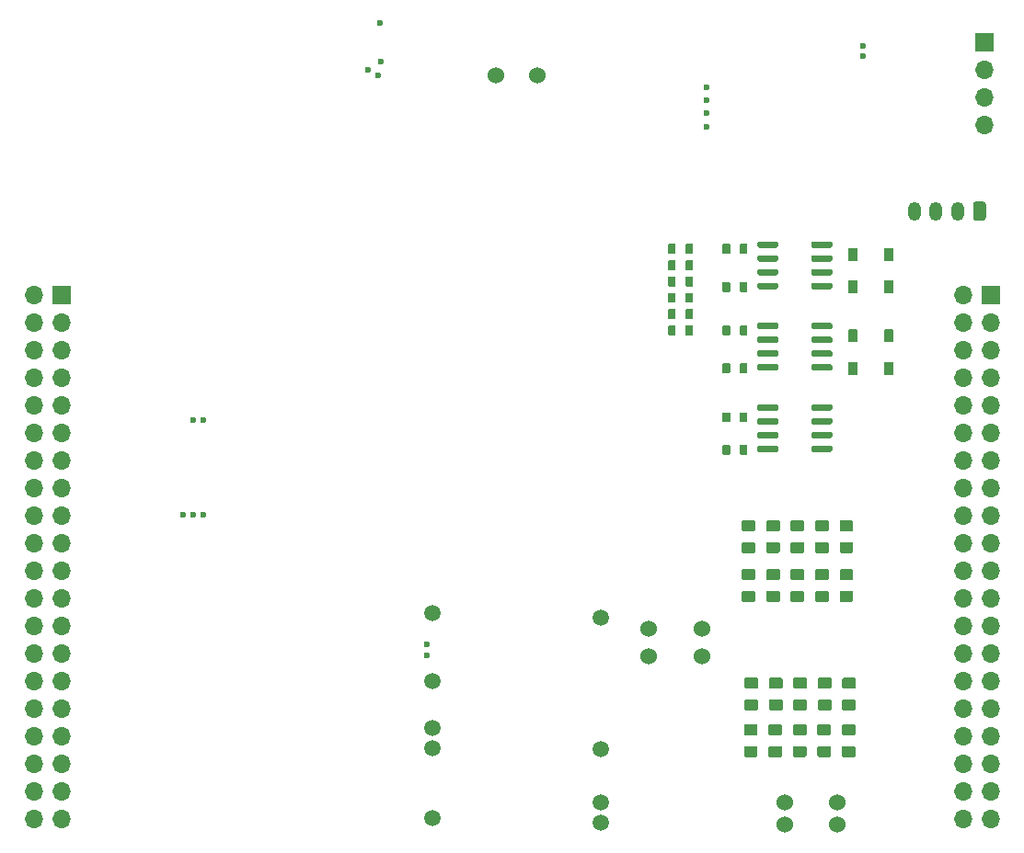
<source format=gbs>
G04 #@! TF.GenerationSoftware,KiCad,Pcbnew,8.0.7-8.0.7-0~ubuntu24.04.1*
G04 #@! TF.CreationDate,2025-01-02T17:27:40+00:00*
G04 #@! TF.ProjectId,stabildaytona,73746162-696c-4646-9179-746f6e612e6b,D*
G04 #@! TF.SameCoordinates,PX2faf080PY9896800*
G04 #@! TF.FileFunction,Soldermask,Bot*
G04 #@! TF.FilePolarity,Negative*
%FSLAX46Y46*%
G04 Gerber Fmt 4.6, Leading zero omitted, Abs format (unit mm)*
G04 Created by KiCad (PCBNEW 8.0.7-8.0.7-0~ubuntu24.04.1) date 2025-01-02 17:27:40*
%MOMM*%
%LPD*%
G01*
G04 APERTURE LIST*
%ADD10C,1.500000*%
%ADD11C,0.600000*%
%ADD12R,1.700000X1.700000*%
%ADD13O,1.700000X1.700000*%
%ADD14O,1.200000X1.750000*%
%ADD15C,1.524000*%
%ADD16C,0.599999*%
G04 APERTURE END LIST*
D10*
G04 #@! TO.C,M1*
X40125005Y3600003D03*
X40125005Y10000000D03*
X40125005Y11900003D03*
X40125005Y16200003D03*
D11*
X39675006Y18600000D03*
X39675006Y19600001D03*
D10*
X40125005Y22450003D03*
X55625002Y3150001D03*
X55625002Y5000000D03*
X55625002Y9950003D03*
X55625002Y22000001D03*
G04 #@! TD*
D12*
G04 #@! TO.C,BLUETOOTH1*
X91000000Y75040000D03*
D13*
X91000000Y72500000D03*
X91000000Y69960000D03*
X91000000Y67420000D03*
G04 #@! TD*
G04 #@! TO.C,USB1*
G36*
G01*
X91100000Y60125000D02*
X91100000Y58875000D01*
G75*
G02*
X90850000Y58625000I-250000J0D01*
G01*
X90150000Y58625000D01*
G75*
G02*
X89900000Y58875000I0J250000D01*
G01*
X89900000Y60125000D01*
G75*
G02*
X90150000Y60375000I250000J0D01*
G01*
X90850000Y60375000D01*
G75*
G02*
X91100000Y60125000I0J-250000D01*
G01*
G37*
D14*
X88500000Y59500000D03*
X86500000Y59500000D03*
X84500000Y59500000D03*
G04 #@! TD*
D11*
G04 #@! TO.C,M2*
X19074999Y31525000D03*
X18124999Y31525000D03*
X17175001Y31525000D03*
X18174999Y40225000D03*
X19074999Y40225000D03*
G04 #@! TD*
D15*
G04 #@! TO.C,F1*
X77450000Y5000000D03*
X72550000Y5000000D03*
G04 #@! TD*
D16*
G04 #@! TO.C,CAN1*
X35137499Y71956662D03*
X34262497Y72481662D03*
X35437501Y73231660D03*
X35362498Y76781661D03*
G04 #@! TD*
D15*
G04 #@! TO.C,R4*
X49810000Y72000000D03*
X46000000Y72000000D03*
G04 #@! TD*
G04 #@! TO.C,F4*
X60050000Y21000000D03*
X64950000Y21000000D03*
G04 #@! TD*
G04 #@! TO.C,F2*
X72550000Y3000000D03*
X77450000Y3000000D03*
G04 #@! TD*
G04 #@! TO.C,F3*
X60050000Y18500000D03*
X64950000Y18500000D03*
G04 #@! TD*
D11*
G04 #@! TO.C,M4*
X65350000Y69682500D03*
X65350000Y70882500D03*
X65350000Y68482500D03*
X65350000Y67282500D03*
X79775000Y73742500D03*
X79775000Y74742500D03*
G04 #@! TD*
G04 #@! TO.C,R12*
G36*
G01*
X66850000Y44610000D02*
X66850000Y45390000D01*
G75*
G02*
X66920000Y45460000I70000J0D01*
G01*
X67480000Y45460000D01*
G75*
G02*
X67550000Y45390000I0J-70000D01*
G01*
X67550000Y44610000D01*
G75*
G02*
X67480000Y44540000I-70000J0D01*
G01*
X66920000Y44540000D01*
G75*
G02*
X66850000Y44610000I0J70000D01*
G01*
G37*
G36*
G01*
X68450000Y44610000D02*
X68450000Y45390000D01*
G75*
G02*
X68520000Y45460000I70000J0D01*
G01*
X69080000Y45460000D01*
G75*
G02*
X69150000Y45390000I0J-70000D01*
G01*
X69150000Y44610000D01*
G75*
G02*
X69080000Y44540000I-70000J0D01*
G01*
X68520000Y44540000D01*
G75*
G02*
X68450000Y44610000I0J70000D01*
G01*
G37*
G04 #@! TD*
G04 #@! TO.C,C14*
G36*
G01*
X78984999Y9209999D02*
X77934999Y9209999D01*
G75*
G02*
X77834999Y9309999I0J100000D01*
G01*
X77834999Y10109999D01*
G75*
G02*
X77934999Y10209999I100000J0D01*
G01*
X78984999Y10209999D01*
G75*
G02*
X79084999Y10109999I0J-100000D01*
G01*
X79084999Y9309999D01*
G75*
G02*
X78984999Y9209999I-100000J0D01*
G01*
G37*
G36*
G01*
X78984999Y11209999D02*
X77934999Y11209999D01*
G75*
G02*
X77834999Y11309999I0J100000D01*
G01*
X77834999Y12109999D01*
G75*
G02*
X77934999Y12209999I100000J0D01*
G01*
X78984999Y12209999D01*
G75*
G02*
X79084999Y12109999I0J-100000D01*
G01*
X79084999Y11309999D01*
G75*
G02*
X78984999Y11209999I-100000J0D01*
G01*
G37*
G04 #@! TD*
G04 #@! TO.C,C21*
G36*
G01*
X73475000Y16500000D02*
X74525000Y16500000D01*
G75*
G02*
X74625000Y16400000I0J-100000D01*
G01*
X74625000Y15600000D01*
G75*
G02*
X74525000Y15500000I-100000J0D01*
G01*
X73475000Y15500000D01*
G75*
G02*
X73375000Y15600000I0J100000D01*
G01*
X73375000Y16400000D01*
G75*
G02*
X73475000Y16500000I100000J0D01*
G01*
G37*
G36*
G01*
X73475000Y14500000D02*
X74525000Y14500000D01*
G75*
G02*
X74625000Y14400000I0J-100000D01*
G01*
X74625000Y13600000D01*
G75*
G02*
X74525000Y13500000I-100000J0D01*
G01*
X73475000Y13500000D01*
G75*
G02*
X73375000Y13600000I0J100000D01*
G01*
X73375000Y14400000D01*
G75*
G02*
X73475000Y14500000I100000J0D01*
G01*
G37*
G04 #@! TD*
G04 #@! TO.C,R33*
G36*
G01*
X64150000Y50390000D02*
X64150000Y49610000D01*
G75*
G02*
X64080000Y49540000I-70000J0D01*
G01*
X63520000Y49540000D01*
G75*
G02*
X63450000Y49610000I0J70000D01*
G01*
X63450000Y50390000D01*
G75*
G02*
X63520000Y50460000I70000J0D01*
G01*
X64080000Y50460000D01*
G75*
G02*
X64150000Y50390000I0J-70000D01*
G01*
G37*
G36*
G01*
X62550000Y50390000D02*
X62550000Y49610000D01*
G75*
G02*
X62480000Y49540000I-70000J0D01*
G01*
X61920000Y49540000D01*
G75*
G02*
X61850000Y49610000I0J70000D01*
G01*
X61850000Y50390000D01*
G75*
G02*
X61920000Y50460000I70000J0D01*
G01*
X62480000Y50460000D01*
G75*
G02*
X62550000Y50390000I0J-70000D01*
G01*
G37*
G04 #@! TD*
G04 #@! TO.C,R10*
G36*
G01*
X66850000Y52110000D02*
X66850000Y52890000D01*
G75*
G02*
X66920000Y52960000I70000J0D01*
G01*
X67480000Y52960000D01*
G75*
G02*
X67550000Y52890000I0J-70000D01*
G01*
X67550000Y52110000D01*
G75*
G02*
X67480000Y52040000I-70000J0D01*
G01*
X66920000Y52040000D01*
G75*
G02*
X66850000Y52110000I0J70000D01*
G01*
G37*
G36*
G01*
X68450000Y52110000D02*
X68450000Y52890000D01*
G75*
G02*
X68520000Y52960000I70000J0D01*
G01*
X69080000Y52960000D01*
G75*
G02*
X69150000Y52890000I0J-70000D01*
G01*
X69150000Y52110000D01*
G75*
G02*
X69080000Y52040000I-70000J0D01*
G01*
X68520000Y52040000D01*
G75*
G02*
X68450000Y52110000I0J70000D01*
G01*
G37*
G04 #@! TD*
G04 #@! TO.C,C22*
G36*
G01*
X75725000Y16500000D02*
X76775000Y16500000D01*
G75*
G02*
X76875000Y16400000I0J-100000D01*
G01*
X76875000Y15600000D01*
G75*
G02*
X76775000Y15500000I-100000J0D01*
G01*
X75725000Y15500000D01*
G75*
G02*
X75625000Y15600000I0J100000D01*
G01*
X75625000Y16400000D01*
G75*
G02*
X75725000Y16500000I100000J0D01*
G01*
G37*
G36*
G01*
X75725000Y14500000D02*
X76775000Y14500000D01*
G75*
G02*
X76875000Y14400000I0J-100000D01*
G01*
X76875000Y13600000D01*
G75*
G02*
X76775000Y13500000I-100000J0D01*
G01*
X75725000Y13500000D01*
G75*
G02*
X75625000Y13600000I0J100000D01*
G01*
X75625000Y14400000D01*
G75*
G02*
X75725000Y14500000I100000J0D01*
G01*
G37*
G04 #@! TD*
G04 #@! TO.C,C6*
G36*
G01*
X68725000Y31000000D02*
X69775000Y31000000D01*
G75*
G02*
X69875000Y30900000I0J-100000D01*
G01*
X69875000Y30100000D01*
G75*
G02*
X69775000Y30000000I-100000J0D01*
G01*
X68725000Y30000000D01*
G75*
G02*
X68625000Y30100000I0J100000D01*
G01*
X68625000Y30900000D01*
G75*
G02*
X68725000Y31000000I100000J0D01*
G01*
G37*
G36*
G01*
X68725000Y29000000D02*
X69775000Y29000000D01*
G75*
G02*
X69875000Y28900000I0J-100000D01*
G01*
X69875000Y28100000D01*
G75*
G02*
X69775000Y28000000I-100000J0D01*
G01*
X68725000Y28000000D01*
G75*
G02*
X68625000Y28100000I0J100000D01*
G01*
X68625000Y28900000D01*
G75*
G02*
X68725000Y29000000I100000J0D01*
G01*
G37*
G04 #@! TD*
G04 #@! TO.C,C15*
G36*
G01*
X76734999Y9209999D02*
X75684999Y9209999D01*
G75*
G02*
X75584999Y9309999I0J100000D01*
G01*
X75584999Y10109999D01*
G75*
G02*
X75684999Y10209999I100000J0D01*
G01*
X76734999Y10209999D01*
G75*
G02*
X76834999Y10109999I0J-100000D01*
G01*
X76834999Y9309999D01*
G75*
G02*
X76734999Y9209999I-100000J0D01*
G01*
G37*
G36*
G01*
X76734999Y11209999D02*
X75684999Y11209999D01*
G75*
G02*
X75584999Y11309999I0J100000D01*
G01*
X75584999Y12109999D01*
G75*
G02*
X75684999Y12209999I100000J0D01*
G01*
X76734999Y12209999D01*
G75*
G02*
X76834999Y12109999I0J-100000D01*
G01*
X76834999Y11309999D01*
G75*
G02*
X76734999Y11209999I-100000J0D01*
G01*
G37*
G04 #@! TD*
G04 #@! TO.C,C20*
G36*
G01*
X71225000Y16500000D02*
X72275000Y16500000D01*
G75*
G02*
X72375000Y16400000I0J-100000D01*
G01*
X72375000Y15600000D01*
G75*
G02*
X72275000Y15500000I-100000J0D01*
G01*
X71225000Y15500000D01*
G75*
G02*
X71125000Y15600000I0J100000D01*
G01*
X71125000Y16400000D01*
G75*
G02*
X71225000Y16500000I100000J0D01*
G01*
G37*
G36*
G01*
X71225000Y14500000D02*
X72275000Y14500000D01*
G75*
G02*
X72375000Y14400000I0J-100000D01*
G01*
X72375000Y13600000D01*
G75*
G02*
X72275000Y13500000I-100000J0D01*
G01*
X71225000Y13500000D01*
G75*
G02*
X71125000Y13600000I0J100000D01*
G01*
X71125000Y14400000D01*
G75*
G02*
X71225000Y14500000I100000J0D01*
G01*
G37*
G04 #@! TD*
G04 #@! TO.C,C23*
G36*
G01*
X77975000Y16500000D02*
X79025000Y16500000D01*
G75*
G02*
X79125000Y16400000I0J-100000D01*
G01*
X79125000Y15600000D01*
G75*
G02*
X79025000Y15500000I-100000J0D01*
G01*
X77975000Y15500000D01*
G75*
G02*
X77875000Y15600000I0J100000D01*
G01*
X77875000Y16400000D01*
G75*
G02*
X77975000Y16500000I100000J0D01*
G01*
G37*
G36*
G01*
X77975000Y14500000D02*
X79025000Y14500000D01*
G75*
G02*
X79125000Y14400000I0J-100000D01*
G01*
X79125000Y13600000D01*
G75*
G02*
X79025000Y13500000I-100000J0D01*
G01*
X77975000Y13500000D01*
G75*
G02*
X77875000Y13600000I0J100000D01*
G01*
X77875000Y14400000D01*
G75*
G02*
X77975000Y14500000I100000J0D01*
G01*
G37*
G04 #@! TD*
G04 #@! TO.C,U6*
G36*
G01*
X70050000Y37445000D02*
X70050000Y37745000D01*
G75*
G02*
X70200000Y37895000I150000J0D01*
G01*
X71850000Y37895000D01*
G75*
G02*
X72000000Y37745000I0J-150000D01*
G01*
X72000000Y37445000D01*
G75*
G02*
X71850000Y37295000I-150000J0D01*
G01*
X70200000Y37295000D01*
G75*
G02*
X70050000Y37445000I0J150000D01*
G01*
G37*
G36*
G01*
X70050000Y38715000D02*
X70050000Y39015000D01*
G75*
G02*
X70200000Y39165000I150000J0D01*
G01*
X71850000Y39165000D01*
G75*
G02*
X72000000Y39015000I0J-150000D01*
G01*
X72000000Y38715000D01*
G75*
G02*
X71850000Y38565000I-150000J0D01*
G01*
X70200000Y38565000D01*
G75*
G02*
X70050000Y38715000I0J150000D01*
G01*
G37*
G36*
G01*
X70050000Y39985000D02*
X70050000Y40285000D01*
G75*
G02*
X70200000Y40435000I150000J0D01*
G01*
X71850000Y40435000D01*
G75*
G02*
X72000000Y40285000I0J-150000D01*
G01*
X72000000Y39985000D01*
G75*
G02*
X71850000Y39835000I-150000J0D01*
G01*
X70200000Y39835000D01*
G75*
G02*
X70050000Y39985000I0J150000D01*
G01*
G37*
G36*
G01*
X70050000Y41255000D02*
X70050000Y41555000D01*
G75*
G02*
X70200000Y41705000I150000J0D01*
G01*
X71850000Y41705000D01*
G75*
G02*
X72000000Y41555000I0J-150000D01*
G01*
X72000000Y41255000D01*
G75*
G02*
X71850000Y41105000I-150000J0D01*
G01*
X70200000Y41105000D01*
G75*
G02*
X70050000Y41255000I0J150000D01*
G01*
G37*
G36*
G01*
X75000000Y41255000D02*
X75000000Y41555000D01*
G75*
G02*
X75150000Y41705000I150000J0D01*
G01*
X76800000Y41705000D01*
G75*
G02*
X76950000Y41555000I0J-150000D01*
G01*
X76950000Y41255000D01*
G75*
G02*
X76800000Y41105000I-150000J0D01*
G01*
X75150000Y41105000D01*
G75*
G02*
X75000000Y41255000I0J150000D01*
G01*
G37*
G36*
G01*
X75000000Y39985000D02*
X75000000Y40285000D01*
G75*
G02*
X75150000Y40435000I150000J0D01*
G01*
X76800000Y40435000D01*
G75*
G02*
X76950000Y40285000I0J-150000D01*
G01*
X76950000Y39985000D01*
G75*
G02*
X76800000Y39835000I-150000J0D01*
G01*
X75150000Y39835000D01*
G75*
G02*
X75000000Y39985000I0J150000D01*
G01*
G37*
G36*
G01*
X75000000Y38715000D02*
X75000000Y39015000D01*
G75*
G02*
X75150000Y39165000I150000J0D01*
G01*
X76800000Y39165000D01*
G75*
G02*
X76950000Y39015000I0J-150000D01*
G01*
X76950000Y38715000D01*
G75*
G02*
X76800000Y38565000I-150000J0D01*
G01*
X75150000Y38565000D01*
G75*
G02*
X75000000Y38715000I0J150000D01*
G01*
G37*
G36*
G01*
X75000000Y37445000D02*
X75000000Y37745000D01*
G75*
G02*
X75150000Y37895000I150000J0D01*
G01*
X76800000Y37895000D01*
G75*
G02*
X76950000Y37745000I0J-150000D01*
G01*
X76950000Y37445000D01*
G75*
G02*
X76800000Y37295000I-150000J0D01*
G01*
X75150000Y37295000D01*
G75*
G02*
X75000000Y37445000I0J150000D01*
G01*
G37*
G04 #@! TD*
G04 #@! TO.C,R29*
G36*
G01*
X64150000Y56390000D02*
X64150000Y55610000D01*
G75*
G02*
X64080000Y55540000I-70000J0D01*
G01*
X63520000Y55540000D01*
G75*
G02*
X63450000Y55610000I0J70000D01*
G01*
X63450000Y56390000D01*
G75*
G02*
X63520000Y56460000I70000J0D01*
G01*
X64080000Y56460000D01*
G75*
G02*
X64150000Y56390000I0J-70000D01*
G01*
G37*
G36*
G01*
X62550000Y56390000D02*
X62550000Y55610000D01*
G75*
G02*
X62480000Y55540000I-70000J0D01*
G01*
X61920000Y55540000D01*
G75*
G02*
X61850000Y55610000I0J70000D01*
G01*
X61850000Y56390000D01*
G75*
G02*
X61920000Y56460000I70000J0D01*
G01*
X62480000Y56460000D01*
G75*
G02*
X62550000Y56390000I0J-70000D01*
G01*
G37*
G04 #@! TD*
G04 #@! TO.C,D5*
G36*
G01*
X82600000Y48510000D02*
X82600000Y47490000D01*
G75*
G02*
X82510000Y47400000I-90000J0D01*
G01*
X81790000Y47400000D01*
G75*
G02*
X81700000Y47490000I0J90000D01*
G01*
X81700000Y48510000D01*
G75*
G02*
X81790000Y48600000I90000J0D01*
G01*
X82510000Y48600000D01*
G75*
G02*
X82600000Y48510000I0J-90000D01*
G01*
G37*
G36*
G01*
X79300000Y48510000D02*
X79300000Y47490000D01*
G75*
G02*
X79210000Y47400000I-90000J0D01*
G01*
X78490000Y47400000D01*
G75*
G02*
X78400000Y47490000I0J90000D01*
G01*
X78400000Y48510000D01*
G75*
G02*
X78490000Y48600000I90000J0D01*
G01*
X79210000Y48600000D01*
G75*
G02*
X79300000Y48510000I0J-90000D01*
G01*
G37*
G04 #@! TD*
G04 #@! TO.C,C4*
G36*
G01*
X72025000Y23500000D02*
X70975000Y23500000D01*
G75*
G02*
X70875000Y23600000I0J100000D01*
G01*
X70875000Y24400000D01*
G75*
G02*
X70975000Y24500000I100000J0D01*
G01*
X72025000Y24500000D01*
G75*
G02*
X72125000Y24400000I0J-100000D01*
G01*
X72125000Y23600000D01*
G75*
G02*
X72025000Y23500000I-100000J0D01*
G01*
G37*
G36*
G01*
X72025000Y25500000D02*
X70975000Y25500000D01*
G75*
G02*
X70875000Y25600000I0J100000D01*
G01*
X70875000Y26400000D01*
G75*
G02*
X70975000Y26500000I100000J0D01*
G01*
X72025000Y26500000D01*
G75*
G02*
X72125000Y26400000I0J-100000D01*
G01*
X72125000Y25600000D01*
G75*
G02*
X72025000Y25500000I-100000J0D01*
G01*
G37*
G04 #@! TD*
G04 #@! TO.C,C18*
G36*
G01*
X69984999Y9209999D02*
X68934999Y9209999D01*
G75*
G02*
X68834999Y9309999I0J100000D01*
G01*
X68834999Y10109999D01*
G75*
G02*
X68934999Y10209999I100000J0D01*
G01*
X69984999Y10209999D01*
G75*
G02*
X70084999Y10109999I0J-100000D01*
G01*
X70084999Y9309999D01*
G75*
G02*
X69984999Y9209999I-100000J0D01*
G01*
G37*
G36*
G01*
X69984999Y11209999D02*
X68934999Y11209999D01*
G75*
G02*
X68834999Y11309999I0J100000D01*
G01*
X68834999Y12109999D01*
G75*
G02*
X68934999Y12209999I100000J0D01*
G01*
X69984999Y12209999D01*
G75*
G02*
X70084999Y12109999I0J-100000D01*
G01*
X70084999Y11309999D01*
G75*
G02*
X69984999Y11209999I-100000J0D01*
G01*
G37*
G04 #@! TD*
G04 #@! TO.C,R31*
G36*
G01*
X64150000Y53390000D02*
X64150000Y52610000D01*
G75*
G02*
X64080000Y52540000I-70000J0D01*
G01*
X63520000Y52540000D01*
G75*
G02*
X63450000Y52610000I0J70000D01*
G01*
X63450000Y53390000D01*
G75*
G02*
X63520000Y53460000I70000J0D01*
G01*
X64080000Y53460000D01*
G75*
G02*
X64150000Y53390000I0J-70000D01*
G01*
G37*
G36*
G01*
X62550000Y53390000D02*
X62550000Y52610000D01*
G75*
G02*
X62480000Y52540000I-70000J0D01*
G01*
X61920000Y52540000D01*
G75*
G02*
X61850000Y52610000I0J70000D01*
G01*
X61850000Y53390000D01*
G75*
G02*
X61920000Y53460000I70000J0D01*
G01*
X62480000Y53460000D01*
G75*
G02*
X62550000Y53390000I0J-70000D01*
G01*
G37*
G04 #@! TD*
G04 #@! TO.C,D4*
G36*
G01*
X82600000Y45510000D02*
X82600000Y44490000D01*
G75*
G02*
X82510000Y44400000I-90000J0D01*
G01*
X81790000Y44400000D01*
G75*
G02*
X81700000Y44490000I0J90000D01*
G01*
X81700000Y45510000D01*
G75*
G02*
X81790000Y45600000I90000J0D01*
G01*
X82510000Y45600000D01*
G75*
G02*
X82600000Y45510000I0J-90000D01*
G01*
G37*
G36*
G01*
X79300000Y45510000D02*
X79300000Y44490000D01*
G75*
G02*
X79210000Y44400000I-90000J0D01*
G01*
X78490000Y44400000D01*
G75*
G02*
X78400000Y44490000I0J90000D01*
G01*
X78400000Y45510000D01*
G75*
G02*
X78490000Y45600000I90000J0D01*
G01*
X79210000Y45600000D01*
G75*
G02*
X79300000Y45510000I0J-90000D01*
G01*
G37*
G04 #@! TD*
G04 #@! TO.C,C8*
G36*
G01*
X73225000Y31000000D02*
X74275000Y31000000D01*
G75*
G02*
X74375000Y30900000I0J-100000D01*
G01*
X74375000Y30100000D01*
G75*
G02*
X74275000Y30000000I-100000J0D01*
G01*
X73225000Y30000000D01*
G75*
G02*
X73125000Y30100000I0J100000D01*
G01*
X73125000Y30900000D01*
G75*
G02*
X73225000Y31000000I100000J0D01*
G01*
G37*
G36*
G01*
X73225000Y29000000D02*
X74275000Y29000000D01*
G75*
G02*
X74375000Y28900000I0J-100000D01*
G01*
X74375000Y28100000D01*
G75*
G02*
X74275000Y28000000I-100000J0D01*
G01*
X73225000Y28000000D01*
G75*
G02*
X73125000Y28100000I0J100000D01*
G01*
X73125000Y28900000D01*
G75*
G02*
X73225000Y29000000I100000J0D01*
G01*
G37*
G04 #@! TD*
D12*
G04 #@! TO.C,SAGSOKET1*
X91540000Y51740000D03*
D13*
X89000000Y51740000D03*
X91540000Y49200000D03*
X89000000Y49200000D03*
X91540000Y46660000D03*
X89000000Y46660000D03*
X91540000Y44120000D03*
X89000000Y44120000D03*
X91540000Y41580000D03*
X89000000Y41580000D03*
X91540000Y39040000D03*
X89000000Y39040000D03*
X91540000Y36500000D03*
X89000000Y36500000D03*
X91540000Y33960000D03*
X89000000Y33960000D03*
X91540000Y31420000D03*
X89000000Y31420000D03*
X91540000Y28880000D03*
X89000000Y28880000D03*
X91540000Y26340000D03*
X89000000Y26340000D03*
X91540000Y23800000D03*
X89000000Y23800000D03*
X91540000Y21260000D03*
X89000000Y21260000D03*
X91540000Y18720000D03*
X89000000Y18720000D03*
X91540000Y16180000D03*
X89000000Y16180000D03*
X91540000Y13640000D03*
X89000000Y13640000D03*
X91540000Y11100000D03*
X89000000Y11100000D03*
X91540000Y8560000D03*
X89000000Y8560000D03*
X91540000Y6020000D03*
X89000000Y6020000D03*
X91540000Y3480000D03*
X89000000Y3480000D03*
G04 #@! TD*
G04 #@! TO.C,U7*
G36*
G01*
X70050000Y52445000D02*
X70050000Y52745000D01*
G75*
G02*
X70200000Y52895000I150000J0D01*
G01*
X71850000Y52895000D01*
G75*
G02*
X72000000Y52745000I0J-150000D01*
G01*
X72000000Y52445000D01*
G75*
G02*
X71850000Y52295000I-150000J0D01*
G01*
X70200000Y52295000D01*
G75*
G02*
X70050000Y52445000I0J150000D01*
G01*
G37*
G36*
G01*
X70050000Y53715000D02*
X70050000Y54015000D01*
G75*
G02*
X70200000Y54165000I150000J0D01*
G01*
X71850000Y54165000D01*
G75*
G02*
X72000000Y54015000I0J-150000D01*
G01*
X72000000Y53715000D01*
G75*
G02*
X71850000Y53565000I-150000J0D01*
G01*
X70200000Y53565000D01*
G75*
G02*
X70050000Y53715000I0J150000D01*
G01*
G37*
G36*
G01*
X70050000Y54985000D02*
X70050000Y55285000D01*
G75*
G02*
X70200000Y55435000I150000J0D01*
G01*
X71850000Y55435000D01*
G75*
G02*
X72000000Y55285000I0J-150000D01*
G01*
X72000000Y54985000D01*
G75*
G02*
X71850000Y54835000I-150000J0D01*
G01*
X70200000Y54835000D01*
G75*
G02*
X70050000Y54985000I0J150000D01*
G01*
G37*
G36*
G01*
X70050000Y56255000D02*
X70050000Y56555000D01*
G75*
G02*
X70200000Y56705000I150000J0D01*
G01*
X71850000Y56705000D01*
G75*
G02*
X72000000Y56555000I0J-150000D01*
G01*
X72000000Y56255000D01*
G75*
G02*
X71850000Y56105000I-150000J0D01*
G01*
X70200000Y56105000D01*
G75*
G02*
X70050000Y56255000I0J150000D01*
G01*
G37*
G36*
G01*
X75000000Y56255000D02*
X75000000Y56555000D01*
G75*
G02*
X75150000Y56705000I150000J0D01*
G01*
X76800000Y56705000D01*
G75*
G02*
X76950000Y56555000I0J-150000D01*
G01*
X76950000Y56255000D01*
G75*
G02*
X76800000Y56105000I-150000J0D01*
G01*
X75150000Y56105000D01*
G75*
G02*
X75000000Y56255000I0J150000D01*
G01*
G37*
G36*
G01*
X75000000Y54985000D02*
X75000000Y55285000D01*
G75*
G02*
X75150000Y55435000I150000J0D01*
G01*
X76800000Y55435000D01*
G75*
G02*
X76950000Y55285000I0J-150000D01*
G01*
X76950000Y54985000D01*
G75*
G02*
X76800000Y54835000I-150000J0D01*
G01*
X75150000Y54835000D01*
G75*
G02*
X75000000Y54985000I0J150000D01*
G01*
G37*
G36*
G01*
X75000000Y53715000D02*
X75000000Y54015000D01*
G75*
G02*
X75150000Y54165000I150000J0D01*
G01*
X76800000Y54165000D01*
G75*
G02*
X76950000Y54015000I0J-150000D01*
G01*
X76950000Y53715000D01*
G75*
G02*
X76800000Y53565000I-150000J0D01*
G01*
X75150000Y53565000D01*
G75*
G02*
X75000000Y53715000I0J150000D01*
G01*
G37*
G36*
G01*
X75000000Y52445000D02*
X75000000Y52745000D01*
G75*
G02*
X75150000Y52895000I150000J0D01*
G01*
X76800000Y52895000D01*
G75*
G02*
X76950000Y52745000I0J-150000D01*
G01*
X76950000Y52445000D01*
G75*
G02*
X76800000Y52295000I-150000J0D01*
G01*
X75150000Y52295000D01*
G75*
G02*
X75000000Y52445000I0J150000D01*
G01*
G37*
G04 #@! TD*
G04 #@! TO.C,C9*
G36*
G01*
X75475000Y31000000D02*
X76525000Y31000000D01*
G75*
G02*
X76625000Y30900000I0J-100000D01*
G01*
X76625000Y30100000D01*
G75*
G02*
X76525000Y30000000I-100000J0D01*
G01*
X75475000Y30000000D01*
G75*
G02*
X75375000Y30100000I0J100000D01*
G01*
X75375000Y30900000D01*
G75*
G02*
X75475000Y31000000I100000J0D01*
G01*
G37*
G36*
G01*
X75475000Y29000000D02*
X76525000Y29000000D01*
G75*
G02*
X76625000Y28900000I0J-100000D01*
G01*
X76625000Y28100000D01*
G75*
G02*
X76525000Y28000000I-100000J0D01*
G01*
X75475000Y28000000D01*
G75*
G02*
X75375000Y28100000I0J100000D01*
G01*
X75375000Y28900000D01*
G75*
G02*
X75475000Y29000000I100000J0D01*
G01*
G37*
G04 #@! TD*
G04 #@! TO.C,R30*
G36*
G01*
X64150000Y54890000D02*
X64150000Y54110000D01*
G75*
G02*
X64080000Y54040000I-70000J0D01*
G01*
X63520000Y54040000D01*
G75*
G02*
X63450000Y54110000I0J70000D01*
G01*
X63450000Y54890000D01*
G75*
G02*
X63520000Y54960000I70000J0D01*
G01*
X64080000Y54960000D01*
G75*
G02*
X64150000Y54890000I0J-70000D01*
G01*
G37*
G36*
G01*
X62550000Y54890000D02*
X62550000Y54110000D01*
G75*
G02*
X62480000Y54040000I-70000J0D01*
G01*
X61920000Y54040000D01*
G75*
G02*
X61850000Y54110000I0J70000D01*
G01*
X61850000Y54890000D01*
G75*
G02*
X61920000Y54960000I70000J0D01*
G01*
X62480000Y54960000D01*
G75*
G02*
X62550000Y54890000I0J-70000D01*
G01*
G37*
G04 #@! TD*
G04 #@! TO.C,R15*
G36*
G01*
X69150000Y37890000D02*
X69150000Y37110000D01*
G75*
G02*
X69080000Y37040000I-70000J0D01*
G01*
X68520000Y37040000D01*
G75*
G02*
X68450000Y37110000I0J70000D01*
G01*
X68450000Y37890000D01*
G75*
G02*
X68520000Y37960000I70000J0D01*
G01*
X69080000Y37960000D01*
G75*
G02*
X69150000Y37890000I0J-70000D01*
G01*
G37*
G36*
G01*
X67550000Y37890000D02*
X67550000Y37110000D01*
G75*
G02*
X67480000Y37040000I-70000J0D01*
G01*
X66920000Y37040000D01*
G75*
G02*
X66850000Y37110000I0J70000D01*
G01*
X66850000Y37890000D01*
G75*
G02*
X66920000Y37960000I70000J0D01*
G01*
X67480000Y37960000D01*
G75*
G02*
X67550000Y37890000I0J-70000D01*
G01*
G37*
G04 #@! TD*
G04 #@! TO.C,R11*
G36*
G01*
X66850000Y55610000D02*
X66850000Y56390000D01*
G75*
G02*
X66920000Y56460000I70000J0D01*
G01*
X67480000Y56460000D01*
G75*
G02*
X67550000Y56390000I0J-70000D01*
G01*
X67550000Y55610000D01*
G75*
G02*
X67480000Y55540000I-70000J0D01*
G01*
X66920000Y55540000D01*
G75*
G02*
X66850000Y55610000I0J70000D01*
G01*
G37*
G36*
G01*
X68450000Y55610000D02*
X68450000Y56390000D01*
G75*
G02*
X68520000Y56460000I70000J0D01*
G01*
X69080000Y56460000D01*
G75*
G02*
X69150000Y56390000I0J-70000D01*
G01*
X69150000Y55610000D01*
G75*
G02*
X69080000Y55540000I-70000J0D01*
G01*
X68520000Y55540000D01*
G75*
G02*
X68450000Y55610000I0J70000D01*
G01*
G37*
G04 #@! TD*
G04 #@! TO.C,C7*
G36*
G01*
X70975000Y31000000D02*
X72025000Y31000000D01*
G75*
G02*
X72125000Y30900000I0J-100000D01*
G01*
X72125000Y30100000D01*
G75*
G02*
X72025000Y30000000I-100000J0D01*
G01*
X70975000Y30000000D01*
G75*
G02*
X70875000Y30100000I0J100000D01*
G01*
X70875000Y30900000D01*
G75*
G02*
X70975000Y31000000I100000J0D01*
G01*
G37*
G36*
G01*
X70975000Y29000000D02*
X72025000Y29000000D01*
G75*
G02*
X72125000Y28900000I0J-100000D01*
G01*
X72125000Y28100000D01*
G75*
G02*
X72025000Y28000000I-100000J0D01*
G01*
X70975000Y28000000D01*
G75*
G02*
X70875000Y28100000I0J100000D01*
G01*
X70875000Y28900000D01*
G75*
G02*
X70975000Y29000000I100000J0D01*
G01*
G37*
G04 #@! TD*
G04 #@! TO.C,R34*
G36*
G01*
X64150000Y48890000D02*
X64150000Y48110000D01*
G75*
G02*
X64080000Y48040000I-70000J0D01*
G01*
X63520000Y48040000D01*
G75*
G02*
X63450000Y48110000I0J70000D01*
G01*
X63450000Y48890000D01*
G75*
G02*
X63520000Y48960000I70000J0D01*
G01*
X64080000Y48960000D01*
G75*
G02*
X64150000Y48890000I0J-70000D01*
G01*
G37*
G36*
G01*
X62550000Y48890000D02*
X62550000Y48110000D01*
G75*
G02*
X62480000Y48040000I-70000J0D01*
G01*
X61920000Y48040000D01*
G75*
G02*
X61850000Y48110000I0J70000D01*
G01*
X61850000Y48890000D01*
G75*
G02*
X61920000Y48960000I70000J0D01*
G01*
X62480000Y48960000D01*
G75*
G02*
X62550000Y48890000I0J-70000D01*
G01*
G37*
G04 #@! TD*
G04 #@! TO.C,C5*
G36*
G01*
X69775000Y23500000D02*
X68725000Y23500000D01*
G75*
G02*
X68625000Y23600000I0J100000D01*
G01*
X68625000Y24400000D01*
G75*
G02*
X68725000Y24500000I100000J0D01*
G01*
X69775000Y24500000D01*
G75*
G02*
X69875000Y24400000I0J-100000D01*
G01*
X69875000Y23600000D01*
G75*
G02*
X69775000Y23500000I-100000J0D01*
G01*
G37*
G36*
G01*
X69775000Y25500000D02*
X68725000Y25500000D01*
G75*
G02*
X68625000Y25600000I0J100000D01*
G01*
X68625000Y26400000D01*
G75*
G02*
X68725000Y26500000I100000J0D01*
G01*
X69775000Y26500000D01*
G75*
G02*
X69875000Y26400000I0J-100000D01*
G01*
X69875000Y25600000D01*
G75*
G02*
X69775000Y25500000I-100000J0D01*
G01*
G37*
G04 #@! TD*
G04 #@! TO.C,R16*
G36*
G01*
X69150000Y40890000D02*
X69150000Y40110000D01*
G75*
G02*
X69080000Y40040000I-70000J0D01*
G01*
X68520000Y40040000D01*
G75*
G02*
X68450000Y40110000I0J70000D01*
G01*
X68450000Y40890000D01*
G75*
G02*
X68520000Y40960000I70000J0D01*
G01*
X69080000Y40960000D01*
G75*
G02*
X69150000Y40890000I0J-70000D01*
G01*
G37*
G36*
G01*
X67550000Y40890000D02*
X67550000Y40110000D01*
G75*
G02*
X67480000Y40040000I-70000J0D01*
G01*
X66920000Y40040000D01*
G75*
G02*
X66850000Y40110000I0J70000D01*
G01*
X66850000Y40890000D01*
G75*
G02*
X66920000Y40960000I70000J0D01*
G01*
X67480000Y40960000D01*
G75*
G02*
X67550000Y40890000I0J-70000D01*
G01*
G37*
G04 #@! TD*
G04 #@! TO.C,R32*
G36*
G01*
X64150000Y51890000D02*
X64150000Y51110000D01*
G75*
G02*
X64080000Y51040000I-70000J0D01*
G01*
X63520000Y51040000D01*
G75*
G02*
X63450000Y51110000I0J70000D01*
G01*
X63450000Y51890000D01*
G75*
G02*
X63520000Y51960000I70000J0D01*
G01*
X64080000Y51960000D01*
G75*
G02*
X64150000Y51890000I0J-70000D01*
G01*
G37*
G36*
G01*
X62550000Y51890000D02*
X62550000Y51110000D01*
G75*
G02*
X62480000Y51040000I-70000J0D01*
G01*
X61920000Y51040000D01*
G75*
G02*
X61850000Y51110000I0J70000D01*
G01*
X61850000Y51890000D01*
G75*
G02*
X61920000Y51960000I70000J0D01*
G01*
X62480000Y51960000D01*
G75*
G02*
X62550000Y51890000I0J-70000D01*
G01*
G37*
G04 #@! TD*
G04 #@! TO.C,C17*
G36*
G01*
X72234999Y9209999D02*
X71184999Y9209999D01*
G75*
G02*
X71084999Y9309999I0J100000D01*
G01*
X71084999Y10109999D01*
G75*
G02*
X71184999Y10209999I100000J0D01*
G01*
X72234999Y10209999D01*
G75*
G02*
X72334999Y10109999I0J-100000D01*
G01*
X72334999Y9309999D01*
G75*
G02*
X72234999Y9209999I-100000J0D01*
G01*
G37*
G36*
G01*
X72234999Y11209999D02*
X71184999Y11209999D01*
G75*
G02*
X71084999Y11309999I0J100000D01*
G01*
X71084999Y12109999D01*
G75*
G02*
X71184999Y12209999I100000J0D01*
G01*
X72234999Y12209999D01*
G75*
G02*
X72334999Y12109999I0J-100000D01*
G01*
X72334999Y11309999D01*
G75*
G02*
X72234999Y11209999I-100000J0D01*
G01*
G37*
G04 #@! TD*
G04 #@! TO.C,D2*
G36*
G01*
X82600000Y53010000D02*
X82600000Y51990000D01*
G75*
G02*
X82510000Y51900000I-90000J0D01*
G01*
X81790000Y51900000D01*
G75*
G02*
X81700000Y51990000I0J90000D01*
G01*
X81700000Y53010000D01*
G75*
G02*
X81790000Y53100000I90000J0D01*
G01*
X82510000Y53100000D01*
G75*
G02*
X82600000Y53010000I0J-90000D01*
G01*
G37*
G36*
G01*
X79300000Y53010000D02*
X79300000Y51990000D01*
G75*
G02*
X79210000Y51900000I-90000J0D01*
G01*
X78490000Y51900000D01*
G75*
G02*
X78400000Y51990000I0J90000D01*
G01*
X78400000Y53010000D01*
G75*
G02*
X78490000Y53100000I90000J0D01*
G01*
X79210000Y53100000D01*
G75*
G02*
X79300000Y53010000I0J-90000D01*
G01*
G37*
G04 #@! TD*
G04 #@! TO.C,C2*
G36*
G01*
X76525000Y23500000D02*
X75475000Y23500000D01*
G75*
G02*
X75375000Y23600000I0J100000D01*
G01*
X75375000Y24400000D01*
G75*
G02*
X75475000Y24500000I100000J0D01*
G01*
X76525000Y24500000D01*
G75*
G02*
X76625000Y24400000I0J-100000D01*
G01*
X76625000Y23600000D01*
G75*
G02*
X76525000Y23500000I-100000J0D01*
G01*
G37*
G36*
G01*
X76525000Y25500000D02*
X75475000Y25500000D01*
G75*
G02*
X75375000Y25600000I0J100000D01*
G01*
X75375000Y26400000D01*
G75*
G02*
X75475000Y26500000I100000J0D01*
G01*
X76525000Y26500000D01*
G75*
G02*
X76625000Y26400000I0J-100000D01*
G01*
X76625000Y25600000D01*
G75*
G02*
X76525000Y25500000I-100000J0D01*
G01*
G37*
G04 #@! TD*
G04 #@! TO.C,C10*
G36*
G01*
X77725000Y31000000D02*
X78775000Y31000000D01*
G75*
G02*
X78875000Y30900000I0J-100000D01*
G01*
X78875000Y30100000D01*
G75*
G02*
X78775000Y30000000I-100000J0D01*
G01*
X77725000Y30000000D01*
G75*
G02*
X77625000Y30100000I0J100000D01*
G01*
X77625000Y30900000D01*
G75*
G02*
X77725000Y31000000I100000J0D01*
G01*
G37*
G36*
G01*
X77725000Y29000000D02*
X78775000Y29000000D01*
G75*
G02*
X78875000Y28900000I0J-100000D01*
G01*
X78875000Y28100000D01*
G75*
G02*
X78775000Y28000000I-100000J0D01*
G01*
X77725000Y28000000D01*
G75*
G02*
X77625000Y28100000I0J100000D01*
G01*
X77625000Y28900000D01*
G75*
G02*
X77725000Y29000000I100000J0D01*
G01*
G37*
G04 #@! TD*
G04 #@! TO.C,U8*
G36*
G01*
X70050000Y44945000D02*
X70050000Y45245000D01*
G75*
G02*
X70200000Y45395000I150000J0D01*
G01*
X71850000Y45395000D01*
G75*
G02*
X72000000Y45245000I0J-150000D01*
G01*
X72000000Y44945000D01*
G75*
G02*
X71850000Y44795000I-150000J0D01*
G01*
X70200000Y44795000D01*
G75*
G02*
X70050000Y44945000I0J150000D01*
G01*
G37*
G36*
G01*
X70050000Y46215000D02*
X70050000Y46515000D01*
G75*
G02*
X70200000Y46665000I150000J0D01*
G01*
X71850000Y46665000D01*
G75*
G02*
X72000000Y46515000I0J-150000D01*
G01*
X72000000Y46215000D01*
G75*
G02*
X71850000Y46065000I-150000J0D01*
G01*
X70200000Y46065000D01*
G75*
G02*
X70050000Y46215000I0J150000D01*
G01*
G37*
G36*
G01*
X70050000Y47485000D02*
X70050000Y47785000D01*
G75*
G02*
X70200000Y47935000I150000J0D01*
G01*
X71850000Y47935000D01*
G75*
G02*
X72000000Y47785000I0J-150000D01*
G01*
X72000000Y47485000D01*
G75*
G02*
X71850000Y47335000I-150000J0D01*
G01*
X70200000Y47335000D01*
G75*
G02*
X70050000Y47485000I0J150000D01*
G01*
G37*
G36*
G01*
X70050000Y48755000D02*
X70050000Y49055000D01*
G75*
G02*
X70200000Y49205000I150000J0D01*
G01*
X71850000Y49205000D01*
G75*
G02*
X72000000Y49055000I0J-150000D01*
G01*
X72000000Y48755000D01*
G75*
G02*
X71850000Y48605000I-150000J0D01*
G01*
X70200000Y48605000D01*
G75*
G02*
X70050000Y48755000I0J150000D01*
G01*
G37*
G36*
G01*
X75000000Y48755000D02*
X75000000Y49055000D01*
G75*
G02*
X75150000Y49205000I150000J0D01*
G01*
X76800000Y49205000D01*
G75*
G02*
X76950000Y49055000I0J-150000D01*
G01*
X76950000Y48755000D01*
G75*
G02*
X76800000Y48605000I-150000J0D01*
G01*
X75150000Y48605000D01*
G75*
G02*
X75000000Y48755000I0J150000D01*
G01*
G37*
G36*
G01*
X75000000Y47485000D02*
X75000000Y47785000D01*
G75*
G02*
X75150000Y47935000I150000J0D01*
G01*
X76800000Y47935000D01*
G75*
G02*
X76950000Y47785000I0J-150000D01*
G01*
X76950000Y47485000D01*
G75*
G02*
X76800000Y47335000I-150000J0D01*
G01*
X75150000Y47335000D01*
G75*
G02*
X75000000Y47485000I0J150000D01*
G01*
G37*
G36*
G01*
X75000000Y46215000D02*
X75000000Y46515000D01*
G75*
G02*
X75150000Y46665000I150000J0D01*
G01*
X76800000Y46665000D01*
G75*
G02*
X76950000Y46515000I0J-150000D01*
G01*
X76950000Y46215000D01*
G75*
G02*
X76800000Y46065000I-150000J0D01*
G01*
X75150000Y46065000D01*
G75*
G02*
X75000000Y46215000I0J150000D01*
G01*
G37*
G36*
G01*
X75000000Y44945000D02*
X75000000Y45245000D01*
G75*
G02*
X75150000Y45395000I150000J0D01*
G01*
X76800000Y45395000D01*
G75*
G02*
X76950000Y45245000I0J-150000D01*
G01*
X76950000Y44945000D01*
G75*
G02*
X76800000Y44795000I-150000J0D01*
G01*
X75150000Y44795000D01*
G75*
G02*
X75000000Y44945000I0J150000D01*
G01*
G37*
G04 #@! TD*
G04 #@! TO.C,C19*
G36*
G01*
X68975000Y16500000D02*
X70025000Y16500000D01*
G75*
G02*
X70125000Y16400000I0J-100000D01*
G01*
X70125000Y15600000D01*
G75*
G02*
X70025000Y15500000I-100000J0D01*
G01*
X68975000Y15500000D01*
G75*
G02*
X68875000Y15600000I0J100000D01*
G01*
X68875000Y16400000D01*
G75*
G02*
X68975000Y16500000I100000J0D01*
G01*
G37*
G36*
G01*
X68975000Y14500000D02*
X70025000Y14500000D01*
G75*
G02*
X70125000Y14400000I0J-100000D01*
G01*
X70125000Y13600000D01*
G75*
G02*
X70025000Y13500000I-100000J0D01*
G01*
X68975000Y13500000D01*
G75*
G02*
X68875000Y13600000I0J100000D01*
G01*
X68875000Y14400000D01*
G75*
G02*
X68975000Y14500000I100000J0D01*
G01*
G37*
G04 #@! TD*
G04 #@! TO.C,C16*
G36*
G01*
X74484999Y9209999D02*
X73434999Y9209999D01*
G75*
G02*
X73334999Y9309999I0J100000D01*
G01*
X73334999Y10109999D01*
G75*
G02*
X73434999Y10209999I100000J0D01*
G01*
X74484999Y10209999D01*
G75*
G02*
X74584999Y10109999I0J-100000D01*
G01*
X74584999Y9309999D01*
G75*
G02*
X74484999Y9209999I-100000J0D01*
G01*
G37*
G36*
G01*
X74484999Y11209999D02*
X73434999Y11209999D01*
G75*
G02*
X73334999Y11309999I0J100000D01*
G01*
X73334999Y12109999D01*
G75*
G02*
X73434999Y12209999I100000J0D01*
G01*
X74484999Y12209999D01*
G75*
G02*
X74584999Y12109999I0J-100000D01*
G01*
X74584999Y11309999D01*
G75*
G02*
X74484999Y11209999I-100000J0D01*
G01*
G37*
G04 #@! TD*
G04 #@! TO.C,D3*
G36*
G01*
X82600000Y56010000D02*
X82600000Y54990000D01*
G75*
G02*
X82510000Y54900000I-90000J0D01*
G01*
X81790000Y54900000D01*
G75*
G02*
X81700000Y54990000I0J90000D01*
G01*
X81700000Y56010000D01*
G75*
G02*
X81790000Y56100000I90000J0D01*
G01*
X82510000Y56100000D01*
G75*
G02*
X82600000Y56010000I0J-90000D01*
G01*
G37*
G36*
G01*
X79300000Y56010000D02*
X79300000Y54990000D01*
G75*
G02*
X79210000Y54900000I-90000J0D01*
G01*
X78490000Y54900000D01*
G75*
G02*
X78400000Y54990000I0J90000D01*
G01*
X78400000Y56010000D01*
G75*
G02*
X78490000Y56100000I90000J0D01*
G01*
X79210000Y56100000D01*
G75*
G02*
X79300000Y56010000I0J-90000D01*
G01*
G37*
G04 #@! TD*
G04 #@! TO.C,C3*
G36*
G01*
X74275000Y23500000D02*
X73225000Y23500000D01*
G75*
G02*
X73125000Y23600000I0J100000D01*
G01*
X73125000Y24400000D01*
G75*
G02*
X73225000Y24500000I100000J0D01*
G01*
X74275000Y24500000D01*
G75*
G02*
X74375000Y24400000I0J-100000D01*
G01*
X74375000Y23600000D01*
G75*
G02*
X74275000Y23500000I-100000J0D01*
G01*
G37*
G36*
G01*
X74275000Y25500000D02*
X73225000Y25500000D01*
G75*
G02*
X73125000Y25600000I0J100000D01*
G01*
X73125000Y26400000D01*
G75*
G02*
X73225000Y26500000I100000J0D01*
G01*
X74275000Y26500000D01*
G75*
G02*
X74375000Y26400000I0J-100000D01*
G01*
X74375000Y25600000D01*
G75*
G02*
X74275000Y25500000I-100000J0D01*
G01*
G37*
G04 #@! TD*
D12*
G04 #@! TO.C,SOLSOKET1*
X6000000Y51780000D03*
D13*
X3460000Y51780000D03*
X6000000Y49240000D03*
X3460000Y49240000D03*
X6000000Y46700000D03*
X3460000Y46700000D03*
X6000000Y44160000D03*
X3460000Y44160000D03*
X6000000Y41620000D03*
X3460000Y41620000D03*
X6000000Y39080000D03*
X3460000Y39080000D03*
X6000000Y36540000D03*
X3460000Y36540000D03*
X6000000Y34000000D03*
X3460000Y34000000D03*
X6000000Y31460000D03*
X3460000Y31460000D03*
X6000000Y28920000D03*
X3460000Y28920000D03*
X6000000Y26380000D03*
X3460000Y26380000D03*
X6000000Y23840000D03*
X3460000Y23840000D03*
X6000000Y21300000D03*
X3460000Y21300000D03*
X6000000Y18760000D03*
X3460000Y18760000D03*
X6000000Y16220000D03*
X3460000Y16220000D03*
X6000000Y13680000D03*
X3460000Y13680000D03*
X6000000Y11140000D03*
X3460000Y11140000D03*
X6000000Y8600000D03*
X3460000Y8600000D03*
X6000000Y6060000D03*
X3460000Y6060000D03*
X6000000Y3520000D03*
X3460000Y3520000D03*
G04 #@! TD*
G04 #@! TO.C,R13*
G36*
G01*
X66850000Y48110000D02*
X66850000Y48890000D01*
G75*
G02*
X66920000Y48960000I70000J0D01*
G01*
X67480000Y48960000D01*
G75*
G02*
X67550000Y48890000I0J-70000D01*
G01*
X67550000Y48110000D01*
G75*
G02*
X67480000Y48040000I-70000J0D01*
G01*
X66920000Y48040000D01*
G75*
G02*
X66850000Y48110000I0J70000D01*
G01*
G37*
G36*
G01*
X68450000Y48110000D02*
X68450000Y48890000D01*
G75*
G02*
X68520000Y48960000I70000J0D01*
G01*
X69080000Y48960000D01*
G75*
G02*
X69150000Y48890000I0J-70000D01*
G01*
X69150000Y48110000D01*
G75*
G02*
X69080000Y48040000I-70000J0D01*
G01*
X68520000Y48040000D01*
G75*
G02*
X68450000Y48110000I0J70000D01*
G01*
G37*
G04 #@! TD*
G04 #@! TO.C,C1*
G36*
G01*
X78775000Y23500000D02*
X77725000Y23500000D01*
G75*
G02*
X77625000Y23600000I0J100000D01*
G01*
X77625000Y24400000D01*
G75*
G02*
X77725000Y24500000I100000J0D01*
G01*
X78775000Y24500000D01*
G75*
G02*
X78875000Y24400000I0J-100000D01*
G01*
X78875000Y23600000D01*
G75*
G02*
X78775000Y23500000I-100000J0D01*
G01*
G37*
G36*
G01*
X78775000Y25500000D02*
X77725000Y25500000D01*
G75*
G02*
X77625000Y25600000I0J100000D01*
G01*
X77625000Y26400000D01*
G75*
G02*
X77725000Y26500000I100000J0D01*
G01*
X78775000Y26500000D01*
G75*
G02*
X78875000Y26400000I0J-100000D01*
G01*
X78875000Y25600000D01*
G75*
G02*
X78775000Y25500000I-100000J0D01*
G01*
G37*
G04 #@! TD*
M02*

</source>
